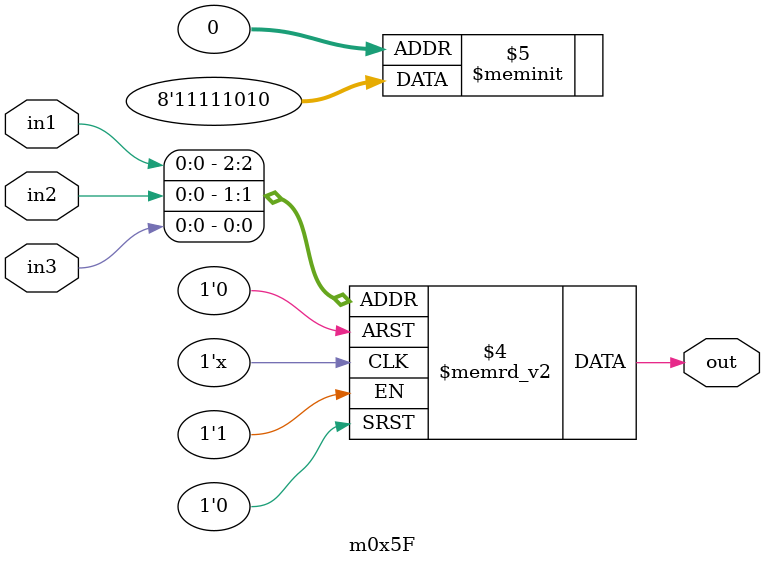
<source format=v>
module m0x5F(output out, input in1, in2, in3);

   always @(in1, in2, in3)
     begin
        case({in1, in2, in3})
          3'b000: {out} = 1'b0;
          3'b001: {out} = 1'b1;
          3'b010: {out} = 1'b0;
          3'b011: {out} = 1'b1;
          3'b100: {out} = 1'b1;
          3'b101: {out} = 1'b1;
          3'b110: {out} = 1'b1;
          3'b111: {out} = 1'b1;
        endcase // case ({in1, in2, in3})
     end // always @ (in1, in2, in3)

endmodule // m0x5F
</source>
